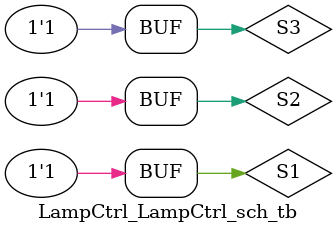
<source format=v>
`timescale 1ns / 1ps


// Verilog test fixture created from schematic E:\3150105246\LampCtrl_sch\LampCtrl.sch - Tue Oct 25 13:52:10 2016

`timescale 1ns / 1ps

module LampCtrl_LampCtrl_sch_tb();

// Inputs
   reg S1;
   reg S2;
   reg S3;

// Output
   wire F;

// Bidirs

// Instantiate the UUT
   LampCtrl UUT (
		.S1(S1), 
		.S2(S2), 
		.S3(S3), 
		.F(F)
   );
// Initialize Inputs
//   `ifdef auto_init
       initial begin
		S3=0;S2=0;S1=0;#50;
        S1=1;#50;
        S2=1;S1=0;#50;
        S1=1;#50;
        S3=1;S2=0;S1=0;#50;
        S1=1;#50;
        S2=1;S1=0;#50;
        S1=1;#50;
      end
//   `endif
endmodule


</source>
